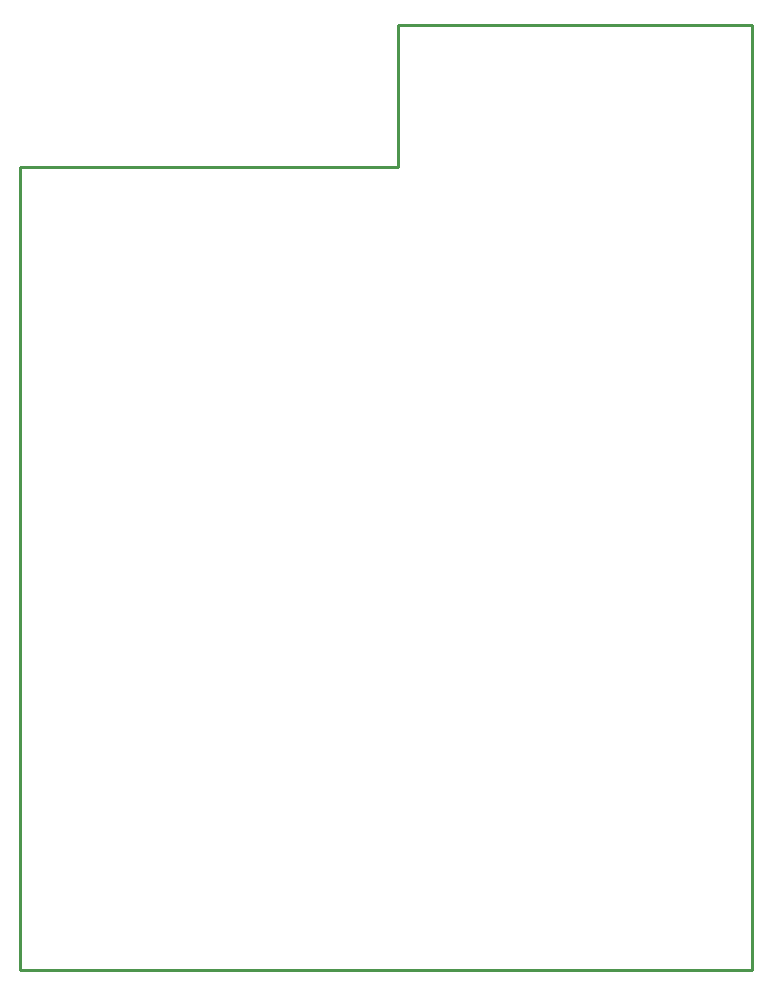
<source format=gko>
%FSLAX44Y44*%
%MOMM*%
G71*
G01*
G75*
G04 Layer_Color=16711935*
%ADD10R,0.9500X1.9000*%
%ADD11R,5.5000X6.9000*%
%ADD12R,0.9000X0.9500*%
%ADD13R,0.9000X0.9500*%
%ADD14C,0.3000*%
%ADD15C,1.6000*%
%ADD16R,1.3000X1.3000*%
%ADD17C,1.3000*%
%ADD18C,1.6500*%
%ADD19R,1.6500X1.6500*%
%ADD20C,1.2000*%
%ADD21R,1.2000X1.2000*%
%ADD22C,1.5000*%
%ADD23R,1.5000X1.5000*%
%ADD24R,1.5240X1.5240*%
%ADD25C,1.5240*%
%ADD26C,2.0000*%
%ADD27R,2.0000X2.0000*%
%ADD28R,1.2000X1.2000*%
%ADD29R,1.7500X1.7500*%
%ADD30C,1.7500*%
%ADD31C,1.2700*%
%ADD32C,0.2000*%
%ADD33C,0.2500*%
%ADD34C,0.2540*%
%ADD35R,19.0754X0.3302*%
%ADD36R,18.9738X0.0254*%
%ADD37R,3.0988X0.0254*%
%ADD38R,3.7338X0.0254*%
%ADD39R,1.8034X0.0254*%
%ADD40R,0.9398X0.0254*%
%ADD41R,3.4036X0.0254*%
%ADD42R,3.3782X0.0254*%
%ADD43R,5.9182X0.0254*%
%ADD44R,1.1684X0.0254*%
%ADD45R,3.4544X0.0254*%
%ADD46R,5.9944X0.0254*%
%ADD47R,1.2192X0.0254*%
%ADD48R,3.4544X0.0508*%
%ADD49R,3.4798X0.0254*%
%ADD50R,6.0198X0.0254*%
%ADD51R,3.5814X0.0254*%
%ADD52R,6.1468X0.0254*%
%ADD53R,3.6068X0.0508*%
%ADD54R,3.6068X0.0254*%
%ADD55R,6.1722X0.0254*%
%ADD56R,3.6830X0.0254*%
%ADD57R,3.6322X0.0254*%
%ADD58R,6.1976X0.0254*%
%ADD59R,1.2446X0.1016*%
%ADD60R,3.7084X0.0254*%
%ADD61R,6.2484X0.0254*%
%ADD62R,3.7592X0.0254*%
%ADD63R,6.2738X0.0254*%
%ADD64R,1.2446X0.0508*%
%ADD65R,0.2286X0.0254*%
%ADD66R,0.3556X0.0254*%
%ADD67R,0.2794X0.0254*%
%ADD68R,0.4318X0.0254*%
%ADD69R,0.2540X0.0254*%
%ADD70R,0.3302X0.0254*%
%ADD71R,0.4572X0.0254*%
%ADD72R,0.2032X0.0254*%
%ADD73R,0.2032X0.0508*%
%ADD74R,0.3302X0.0508*%
%ADD75R,0.2286X0.0508*%
%ADD76R,0.2540X0.0508*%
%ADD77R,0.3810X0.0254*%
%ADD78R,0.2794X0.0508*%
%ADD79R,0.2032X0.0762*%
%ADD80R,0.3810X0.0508*%
%ADD81R,0.3048X0.0254*%
%ADD82R,0.2540X0.0762*%
%ADD83R,0.2794X0.0762*%
%ADD84R,0.2032X0.1270*%
%ADD85R,0.3048X0.0508*%
%ADD86R,2.6416X0.0254*%
%ADD87R,2.3876X0.0254*%
%ADD88R,0.2032X0.3302*%
%ADD89R,2.6670X0.0254*%
%ADD90R,2.4384X0.0254*%
%ADD91R,2.7432X0.0254*%
%ADD92R,1.6510X0.0254*%
%ADD93R,2.7686X0.0254*%
%ADD94R,1.7780X0.0254*%
%ADD95R,2.7940X0.0254*%
%ADD96R,2.8448X0.0254*%
%ADD97R,1.8796X0.0254*%
%ADD98R,2.8194X0.0508*%
%ADD99R,1.9050X0.0508*%
%ADD100R,1.9558X0.0508*%
%ADD101R,0.2286X0.0762*%
%ADD102R,0.2286X0.1270*%
%ADD103R,0.2032X0.4318*%
%ADD104R,0.2032X0.1016*%
%ADD105R,0.2286X0.5842*%
%ADD106R,2.8448X0.0508*%
%ADD107R,2.9210X0.0254*%
%ADD108R,2.8702X0.0254*%
%ADD109R,2.8956X0.0508*%
%ADD110R,0.2032X0.1524*%
%ADD111R,2.9210X0.1016*%
%ADD112R,2.8956X0.0254*%
%ADD113R,0.5334X0.0508*%
%ADD114R,2.5146X0.0254*%
%ADD115R,0.2286X0.1016*%
%ADD116R,0.4064X0.0254*%
%ADD117R,0.3556X0.0508*%
%ADD118R,0.1524X0.0254*%
%ADD119R,0.1270X0.0254*%
%ADD120R,0.0508X0.0254*%
%ADD121R,0.0254X0.0254*%
%ADD122R,1.5748X0.0254*%
%ADD123R,1.5494X0.0254*%
%ADD124R,1.6256X0.0254*%
%ADD125R,1.6510X0.0762*%
%ADD126R,1.6764X0.0254*%
%ADD127R,1.6256X0.0508*%
%ADD128R,1.6764X0.1778*%
%ADD129R,1.4478X0.0254*%
%ADD130R,0.2286X0.3810*%
%ADD131R,1.8796X0.0762*%
%ADD132R,1.8288X0.0508*%
%ADD133R,1.7018X0.0254*%
%ADD134R,0.4318X0.0508*%
%ADD135R,0.8890X0.0254*%
%ADD136R,0.2540X0.1016*%
%ADD137R,0.9144X0.0254*%
%ADD138R,0.8128X0.0254*%
%ADD139R,0.8382X0.0254*%
%ADD140R,0.8636X0.0254*%
%ADD141R,0.9652X0.0254*%
%ADD142R,0.2032X0.1778*%
%ADD143R,0.2032X0.2032*%
%ADD144R,1.5240X0.0254*%
%ADD145R,1.7526X0.0254*%
%ADD146R,1.9050X0.0254*%
%ADD147R,0.2794X0.1016*%
%ADD148R,1.9304X0.0508*%
%ADD149R,1.7018X0.0508*%
%ADD150R,1.6764X0.0762*%
%ADD151R,1.6002X0.0508*%
%ADD152R,1.4986X0.0254*%
%ADD153R,1.4732X0.0254*%
%ADD154R,1.4478X0.0508*%
%ADD155R,0.2032X0.3048*%
%ADD156R,0.4826X0.0254*%
%ADD157R,0.5588X0.0508*%
%ADD158R,3.4290X0.0254*%
%ADD159R,0.5080X0.0254*%
%ADD160R,3.3782X0.0508*%
%ADD161R,0.5334X0.0254*%
%ADD162R,3.1496X0.0254*%
%ADD163R,3.2258X0.0254*%
%ADD164R,3.1750X0.0254*%
%ADD165R,3.0226X0.0254*%
%ADD166R,2.8194X0.0254*%
%ADD167R,1.8288X0.0254*%
%ADD168R,1.8034X0.0508*%
%ADD169R,1.6002X0.0254*%
%ADD170R,0.2032X0.5334*%
%ADD171R,0.1778X0.0254*%
%ADD172R,1.9812X0.0254*%
%ADD173R,4.2418X0.0508*%
%ADD174R,4.2164X0.0254*%
%ADD175R,4.1402X0.0254*%
%ADD176R,4.1148X0.0254*%
%ADD177R,4.0132X0.0254*%
%ADD178R,1.2192X0.1270*%
%ADD179R,2.0066X0.1270*%
%ADD180R,3.9624X0.0254*%
%ADD181R,3.9116X0.0254*%
%ADD182R,1.1430X0.0254*%
%ADD183R,1.9558X0.0254*%
%ADD184R,19.0754X0.2794*%
%ADD185R,1.1532X2.1032*%
%ADD186R,5.7032X7.1032*%
%ADD187R,1.1032X1.1532*%
%ADD188R,1.1032X1.1532*%
%ADD189C,1.8032*%
%ADD190R,1.5032X1.5032*%
%ADD191C,1.5032*%
%ADD192C,1.4032*%
%ADD193R,1.4032X1.4032*%
%ADD194C,1.7032*%
%ADD195R,1.7032X1.7032*%
%ADD196R,1.7272X1.7272*%
%ADD197C,1.7272*%
%ADD198C,2.2032*%
%ADD199R,2.2032X2.2032*%
%ADD200R,1.4032X1.4032*%
%ADD201R,1.9532X1.9532*%
%ADD202C,1.9532*%
%ADD203C,1.4732*%
G54D34*
X0Y0D02*
Y680000D01*
X320000D01*
Y800000D01*
X620000D01*
Y0D02*
Y800000D01*
X0Y0D02*
X620000D01*
M02*

</source>
